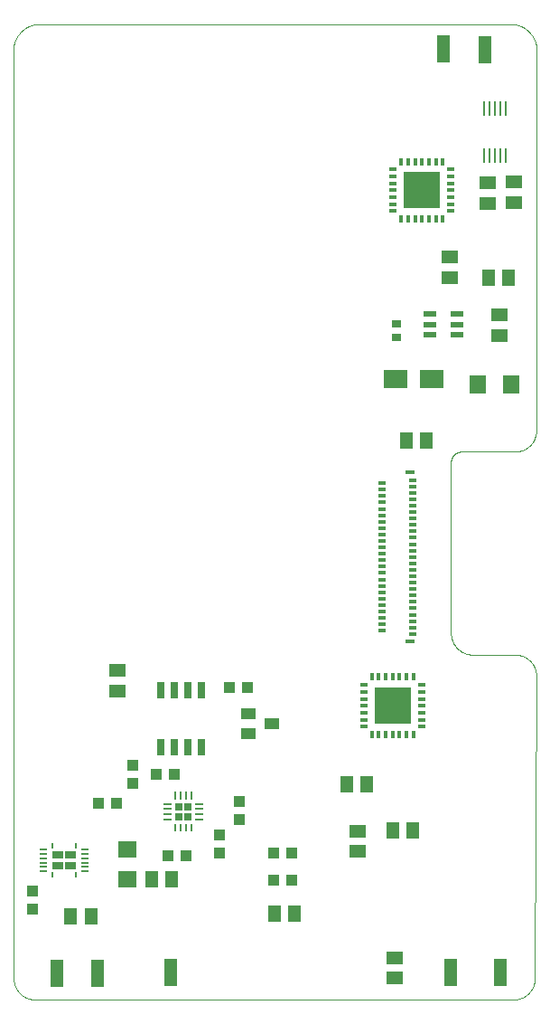
<source format=gtp>
G04 EAGLE Gerber RS-274X export*
G75*
%MOMM*%
%FSLAX34Y34*%
%LPD*%
%INSolder paste top*%
%IPPOS*%
%AMOC8*
5,1,8,0,0,1.08239X$1,22.5*%
G01*
%ADD10C,0.001000*%
%ADD11R,0.900000X0.700000*%
%ADD12R,1.500000X1.300000*%
%ADD13R,0.650000X0.300000*%
%ADD14R,0.800000X0.300000*%
%ADD15R,0.950000X0.400000*%
%ADD16R,1.300000X1.500000*%
%ADD17R,1.170900X0.510000*%
%ADD18R,1.498600X1.803400*%
%ADD19R,2.184400X1.651000*%
%ADD20R,0.682500X0.325000*%
%ADD21R,0.325000X0.682400*%
%ADD22R,0.682400X0.325000*%
%ADD23R,3.471000X3.471000*%
%ADD24R,1.000000X0.800000*%
%ADD25R,0.250000X0.525000*%
%ADD26R,0.800000X0.200000*%
%ADD27R,1.800000X1.600000*%
%ADD28R,1.000000X1.100000*%
%ADD29R,0.280000X1.450000*%
%ADD30R,1.270000X2.540000*%
%ADD31R,1.100000X1.000000*%
%ADD32R,1.400000X1.000000*%
%ADD33R,0.650000X1.500000*%
%ADD34C,0.250000*%
%ADD35R,0.700000X0.700000*%
%ADD36R,0.650000X0.250000*%
%ADD37R,0.250000X0.650000*%


D10*
X490000Y910000D02*
X490000Y1260000D01*
X490113Y1260606D01*
X490212Y1261214D01*
X490296Y1261824D01*
X490366Y1262436D01*
X490420Y1263050D01*
X490460Y1263665D01*
X490485Y1264280D01*
X490495Y1264896D01*
X490490Y1265512D01*
X490470Y1266128D01*
X490435Y1266743D01*
X490386Y1267357D01*
X490321Y1267970D01*
X490242Y1268581D01*
X490148Y1269190D01*
X490040Y1269796D01*
X489917Y1270400D01*
X489779Y1271001D01*
X489627Y1271598D01*
X489460Y1272191D01*
X489279Y1272780D01*
X489084Y1273364D01*
X488875Y1273944D01*
X488652Y1274518D01*
X488415Y1275087D01*
X488164Y1275650D01*
X487900Y1276206D01*
X487623Y1276756D01*
X487332Y1277299D01*
X487028Y1277835D01*
X486712Y1278364D01*
X486382Y1278885D01*
X486041Y1279397D01*
X485687Y1279902D01*
X485321Y1280397D01*
X484943Y1280884D01*
X484553Y1281361D01*
X484152Y1281829D01*
X483740Y1282286D01*
X483316Y1282734D01*
X482883Y1283172D01*
X482438Y1283598D01*
X481984Y1284014D01*
X481519Y1284419D01*
X481045Y1284813D01*
X480562Y1285195D01*
X480069Y1285565D01*
X479568Y1285923D01*
X479058Y1286269D01*
X478540Y1286602D01*
X478014Y1286923D01*
X477481Y1287231D01*
X476940Y1287526D01*
X476392Y1287808D01*
X475838Y1288077D01*
X475277Y1288332D01*
X474710Y1288574D01*
X474138Y1288801D01*
X473560Y1289015D01*
X472977Y1289215D01*
X472389Y1289401D01*
X471798Y1289572D01*
X471202Y1289729D01*
X470603Y1289872D01*
X470000Y1290000D01*
X20000Y1290000D01*
X19397Y1289872D01*
X18798Y1289729D01*
X18202Y1289572D01*
X17611Y1289401D01*
X17023Y1289215D01*
X16440Y1289015D01*
X15862Y1288801D01*
X15290Y1288574D01*
X14723Y1288332D01*
X14162Y1288077D01*
X13608Y1287808D01*
X13060Y1287526D01*
X12519Y1287231D01*
X11986Y1286923D01*
X11460Y1286602D01*
X10942Y1286269D01*
X10432Y1285923D01*
X9931Y1285565D01*
X9438Y1285195D01*
X8955Y1284813D01*
X8481Y1284419D01*
X8016Y1284014D01*
X7562Y1283598D01*
X7117Y1283172D01*
X6684Y1282734D01*
X6260Y1282286D01*
X5848Y1281829D01*
X5447Y1281361D01*
X5057Y1280884D01*
X4679Y1280397D01*
X4313Y1279902D01*
X3959Y1279397D01*
X3618Y1278885D01*
X3288Y1278364D01*
X2972Y1277835D01*
X2668Y1277299D01*
X2377Y1276756D01*
X2100Y1276206D01*
X1836Y1275650D01*
X1585Y1275087D01*
X1348Y1274518D01*
X1125Y1273944D01*
X916Y1273364D01*
X721Y1272780D01*
X540Y1272191D01*
X373Y1271598D01*
X221Y1271001D01*
X83Y1270400D01*
X-40Y1269796D01*
X-148Y1269190D01*
X-242Y1268581D01*
X-321Y1267970D01*
X-386Y1267357D01*
X-435Y1266743D01*
X-470Y1266128D01*
X-490Y1265512D01*
X-495Y1264896D01*
X-485Y1264280D01*
X-460Y1263665D01*
X-420Y1263050D01*
X-366Y1262436D01*
X-296Y1261824D01*
X-212Y1261214D01*
X-113Y1260606D01*
X0Y1260000D01*
X0Y397120D01*
X6Y396637D01*
X23Y396154D01*
X53Y395671D01*
X93Y395190D01*
X146Y394709D01*
X210Y394230D01*
X285Y393753D01*
X373Y393277D01*
X471Y392804D01*
X581Y392334D01*
X702Y391866D01*
X835Y391401D01*
X979Y390940D01*
X1134Y390482D01*
X1300Y390028D01*
X1477Y389578D01*
X1664Y389133D01*
X1863Y388692D01*
X2071Y388256D01*
X2291Y387826D01*
X2521Y387400D01*
X2761Y386981D01*
X3011Y386567D01*
X3271Y386160D01*
X3540Y385759D01*
X3820Y385364D01*
X4108Y384977D01*
X4407Y384596D01*
X4714Y384223D01*
X5030Y383858D01*
X5355Y383500D01*
X5688Y383150D01*
X6030Y382808D01*
X6380Y382475D01*
X6738Y382150D01*
X7103Y381834D01*
X7476Y381527D01*
X7857Y381228D01*
X8244Y380940D01*
X8639Y380660D01*
X9040Y380391D01*
X9447Y380131D01*
X9861Y379881D01*
X10280Y379641D01*
X10706Y379411D01*
X11136Y379191D01*
X11572Y378983D01*
X12013Y378784D01*
X12458Y378597D01*
X12908Y378420D01*
X13362Y378254D01*
X13820Y378099D01*
X14281Y377955D01*
X14746Y377822D01*
X15214Y377701D01*
X15684Y377591D01*
X16157Y377493D01*
X16633Y377405D01*
X17110Y377330D01*
X17589Y377266D01*
X18070Y377213D01*
X18551Y377173D01*
X19034Y377143D01*
X19517Y377126D01*
X20000Y377120D01*
X340000Y377120D01*
X338476Y377140D01*
X468576Y377140D01*
X469065Y377146D01*
X469554Y377164D01*
X470042Y377194D01*
X470530Y377236D01*
X471016Y377289D01*
X471501Y377355D01*
X471984Y377433D01*
X472465Y377522D01*
X472944Y377623D01*
X473420Y377735D01*
X473893Y377860D01*
X474363Y377996D01*
X474830Y378143D01*
X475293Y378302D01*
X475751Y378472D01*
X476206Y378653D01*
X476656Y378845D01*
X477101Y379048D01*
X477541Y379262D01*
X477976Y379486D01*
X478405Y379722D01*
X478828Y379967D01*
X479245Y380223D01*
X479655Y380489D01*
X480059Y380765D01*
X480457Y381051D01*
X480847Y381347D01*
X481229Y381651D01*
X481604Y381966D01*
X481972Y382289D01*
X482331Y382621D01*
X482682Y382962D01*
X483024Y383311D01*
X483358Y383669D01*
X483684Y384034D01*
X484000Y384408D01*
X484306Y384789D01*
X484604Y385177D01*
X484892Y385573D01*
X485170Y385975D01*
X485438Y386385D01*
X485696Y386800D01*
X485944Y387222D01*
X486181Y387650D01*
X486408Y388083D01*
X486624Y388522D01*
X486830Y388966D01*
X487024Y389415D01*
X487207Y389869D01*
X487380Y390327D01*
X487541Y390789D01*
X487690Y391255D01*
X487829Y391724D01*
X487955Y392197D01*
X488071Y392672D01*
X488174Y393150D01*
X488266Y393631D01*
X488346Y394114D01*
X488414Y394598D01*
X488470Y395084D01*
X488514Y395571D01*
X488547Y396060D01*
X488567Y396548D01*
X488576Y397038D01*
X490000Y680000D01*
X489994Y680483D01*
X489977Y680966D01*
X489947Y681449D01*
X489907Y681930D01*
X489854Y682411D01*
X489790Y682890D01*
X489715Y683367D01*
X489627Y683843D01*
X489529Y684316D01*
X489419Y684786D01*
X489298Y685254D01*
X489165Y685719D01*
X489021Y686180D01*
X488866Y686638D01*
X488700Y687092D01*
X488523Y687542D01*
X488336Y687987D01*
X488137Y688428D01*
X487929Y688864D01*
X487709Y689294D01*
X487479Y689720D01*
X487239Y690139D01*
X486989Y690553D01*
X486729Y690960D01*
X486460Y691361D01*
X486180Y691756D01*
X485892Y692143D01*
X485593Y692524D01*
X485286Y692897D01*
X484970Y693262D01*
X484645Y693620D01*
X484312Y693970D01*
X483970Y694312D01*
X483620Y694645D01*
X483262Y694970D01*
X482897Y695286D01*
X482524Y695593D01*
X482143Y695892D01*
X481756Y696180D01*
X481361Y696460D01*
X480960Y696729D01*
X480553Y696989D01*
X480139Y697239D01*
X479720Y697479D01*
X479294Y697709D01*
X478864Y697929D01*
X478428Y698137D01*
X477987Y698336D01*
X477542Y698523D01*
X477092Y698700D01*
X476638Y698866D01*
X476180Y699021D01*
X475719Y699165D01*
X475254Y699298D01*
X474786Y699419D01*
X474316Y699529D01*
X473843Y699627D01*
X473367Y699715D01*
X472890Y699790D01*
X472411Y699854D01*
X471930Y699907D01*
X471449Y699947D01*
X470966Y699977D01*
X470483Y699994D01*
X470000Y700000D01*
X430000Y700000D01*
X429517Y700006D01*
X429034Y700023D01*
X428551Y700053D01*
X428070Y700093D01*
X427589Y700146D01*
X427110Y700210D01*
X426633Y700285D01*
X426157Y700373D01*
X425684Y700471D01*
X425214Y700581D01*
X424746Y700702D01*
X424281Y700835D01*
X423820Y700979D01*
X423362Y701134D01*
X422908Y701300D01*
X422458Y701477D01*
X422013Y701664D01*
X421572Y701863D01*
X421136Y702071D01*
X420706Y702291D01*
X420280Y702521D01*
X419861Y702761D01*
X419447Y703011D01*
X419040Y703271D01*
X418639Y703540D01*
X418244Y703820D01*
X417857Y704108D01*
X417476Y704407D01*
X417103Y704714D01*
X416738Y705030D01*
X416380Y705355D01*
X416030Y705688D01*
X415688Y706030D01*
X415355Y706380D01*
X415030Y706738D01*
X414714Y707103D01*
X414407Y707476D01*
X414108Y707857D01*
X413820Y708244D01*
X413540Y708639D01*
X413271Y709040D01*
X413011Y709447D01*
X412761Y709861D01*
X412521Y710280D01*
X412291Y710706D01*
X412071Y711136D01*
X411863Y711572D01*
X411664Y712013D01*
X411477Y712458D01*
X411300Y712908D01*
X411134Y713362D01*
X410979Y713820D01*
X410835Y714281D01*
X410702Y714746D01*
X410581Y715214D01*
X410471Y715684D01*
X410373Y716157D01*
X410285Y716633D01*
X410210Y717110D01*
X410146Y717589D01*
X410093Y718070D01*
X410053Y718551D01*
X410023Y719034D01*
X410006Y719517D01*
X410000Y720000D01*
X410000Y880000D01*
X410003Y880242D01*
X410012Y880483D01*
X410026Y880724D01*
X410047Y880965D01*
X410073Y881205D01*
X410105Y881445D01*
X410143Y881684D01*
X410186Y881921D01*
X410236Y882158D01*
X410291Y882393D01*
X410351Y882627D01*
X410418Y882859D01*
X410489Y883090D01*
X410567Y883319D01*
X410650Y883546D01*
X410738Y883771D01*
X410832Y883994D01*
X410931Y884214D01*
X411036Y884432D01*
X411145Y884647D01*
X411260Y884860D01*
X411380Y885070D01*
X411505Y885276D01*
X411635Y885480D01*
X411770Y885681D01*
X411910Y885878D01*
X412054Y886072D01*
X412203Y886262D01*
X412357Y886448D01*
X412515Y886631D01*
X412677Y886810D01*
X412844Y886985D01*
X413015Y887156D01*
X413190Y887323D01*
X413369Y887485D01*
X413552Y887643D01*
X413738Y887797D01*
X413928Y887946D01*
X414122Y888090D01*
X414319Y888230D01*
X414520Y888365D01*
X414724Y888495D01*
X414930Y888620D01*
X415140Y888740D01*
X415353Y888855D01*
X415568Y888964D01*
X415786Y889069D01*
X416006Y889168D01*
X416229Y889262D01*
X416454Y889350D01*
X416681Y889433D01*
X416910Y889511D01*
X417141Y889582D01*
X417373Y889649D01*
X417607Y889709D01*
X417842Y889764D01*
X418079Y889814D01*
X418316Y889857D01*
X418555Y889895D01*
X418795Y889927D01*
X419035Y889953D01*
X419276Y889974D01*
X419517Y889988D01*
X419758Y889997D01*
X420000Y890000D01*
X470000Y890000D01*
X470483Y890006D01*
X470966Y890023D01*
X471449Y890053D01*
X471930Y890093D01*
X472411Y890146D01*
X472890Y890210D01*
X473367Y890285D01*
X473843Y890373D01*
X474316Y890471D01*
X474786Y890581D01*
X475254Y890702D01*
X475719Y890835D01*
X476180Y890979D01*
X476638Y891134D01*
X477092Y891300D01*
X477542Y891477D01*
X477987Y891664D01*
X478428Y891863D01*
X478864Y892071D01*
X479294Y892291D01*
X479720Y892521D01*
X480139Y892761D01*
X480553Y893011D01*
X480960Y893271D01*
X481361Y893540D01*
X481756Y893820D01*
X482143Y894108D01*
X482524Y894407D01*
X482897Y894714D01*
X483262Y895030D01*
X483620Y895355D01*
X483970Y895688D01*
X484312Y896030D01*
X484645Y896380D01*
X484970Y896738D01*
X485286Y897103D01*
X485593Y897476D01*
X485892Y897857D01*
X486180Y898244D01*
X486460Y898639D01*
X486729Y899040D01*
X486989Y899447D01*
X487239Y899861D01*
X487479Y900280D01*
X487709Y900706D01*
X487929Y901136D01*
X488137Y901572D01*
X488336Y902013D01*
X488523Y902458D01*
X488700Y902908D01*
X488866Y903362D01*
X489021Y903820D01*
X489165Y904281D01*
X489298Y904746D01*
X489419Y905214D01*
X489529Y905684D01*
X489627Y906157D01*
X489715Y906633D01*
X489790Y907110D01*
X489854Y907589D01*
X489907Y908070D01*
X489947Y908551D01*
X489977Y909034D01*
X489994Y909517D01*
X490000Y910000D01*
D11*
X359300Y1009856D03*
X359300Y996856D03*
D12*
X357414Y416212D03*
X357414Y397212D03*
D13*
X345700Y722400D03*
X345700Y728400D03*
X345700Y734400D03*
X345700Y740400D03*
X345700Y746400D03*
X345700Y752400D03*
X345700Y758400D03*
X345700Y764400D03*
X345700Y770400D03*
X345700Y776400D03*
X345700Y782400D03*
X345700Y788400D03*
X345700Y794400D03*
X345700Y800400D03*
X345700Y806400D03*
X345700Y812400D03*
X345700Y818400D03*
X345700Y824400D03*
X345700Y830400D03*
X345700Y836400D03*
X345700Y842400D03*
X345700Y848400D03*
X345700Y854400D03*
X345700Y860400D03*
D14*
X374450Y719400D03*
X374450Y725400D03*
X374450Y731400D03*
X374450Y737400D03*
X374450Y743400D03*
X374450Y749400D03*
X374450Y755400D03*
X374450Y761400D03*
X374450Y767400D03*
X374450Y773400D03*
X374450Y779400D03*
X374450Y785400D03*
X374450Y791400D03*
X374450Y797400D03*
X374450Y803400D03*
X374450Y809400D03*
X374450Y815400D03*
X374450Y821400D03*
X374450Y827400D03*
X374450Y833400D03*
X374450Y839400D03*
X374450Y845400D03*
X374450Y851400D03*
X374450Y857400D03*
X374450Y863400D03*
D15*
X371700Y712400D03*
X371700Y870400D03*
D12*
X455518Y1017890D03*
X455518Y998890D03*
D16*
X464118Y1052524D03*
X445118Y1052524D03*
D12*
X408902Y1052904D03*
X408902Y1071904D03*
D17*
X415450Y999514D03*
X415450Y1009014D03*
X415450Y1018514D03*
X390458Y1018514D03*
X390458Y1009014D03*
X390458Y999514D03*
D16*
X368096Y900648D03*
X387096Y900648D03*
D18*
X435428Y952822D03*
X466416Y952822D03*
D19*
X357902Y957648D03*
X391938Y957648D03*
D20*
X382200Y632552D03*
X382200Y639052D03*
X382200Y645552D03*
X382200Y652052D03*
X382200Y658552D03*
X382200Y665052D03*
X382200Y671552D03*
D21*
X374692Y679059D03*
X368192Y679059D03*
X361692Y679059D03*
X355192Y679059D03*
X348692Y679059D03*
X342192Y679059D03*
X335692Y679059D03*
D22*
X328185Y671552D03*
X328185Y665052D03*
X328185Y658552D03*
X328185Y652052D03*
X328185Y645552D03*
X328185Y639052D03*
X328185Y632552D03*
D21*
X335692Y625045D03*
X342192Y625045D03*
X348692Y625045D03*
X355192Y625045D03*
X361692Y625045D03*
X368192Y625045D03*
X374692Y625045D03*
D23*
X355192Y652052D03*
D24*
X53434Y512378D03*
X41434Y502378D03*
X53434Y502378D03*
X41434Y512378D03*
D25*
X58434Y521003D03*
X36434Y493753D03*
X58434Y493753D03*
X36434Y521003D03*
D26*
X67184Y505378D03*
X67184Y501378D03*
X67184Y501378D03*
X67184Y497378D03*
X67184Y509378D03*
X67184Y513378D03*
X67184Y517378D03*
X27684Y517378D03*
X27684Y513378D03*
X27684Y509378D03*
X27684Y505378D03*
X27684Y501378D03*
X27684Y497378D03*
D27*
X106680Y489974D03*
X106680Y517974D03*
D28*
X17826Y478704D03*
X17826Y461704D03*
D16*
X72368Y455014D03*
X53368Y455014D03*
D29*
X441414Y1166690D03*
X446414Y1166690D03*
X451414Y1166690D03*
X456414Y1166690D03*
X461414Y1166690D03*
X461414Y1210690D03*
X456414Y1210690D03*
X451414Y1210690D03*
X446414Y1210690D03*
X441414Y1210690D03*
D12*
X444508Y1141490D03*
X444508Y1122490D03*
X468700Y1142280D03*
X468700Y1123280D03*
D30*
X442228Y1266418D03*
X403208Y1266832D03*
D20*
X409798Y1115070D03*
X409798Y1121570D03*
X409798Y1128070D03*
X409798Y1134570D03*
X409798Y1141070D03*
X409798Y1147570D03*
X409798Y1154070D03*
D21*
X402290Y1161577D03*
X395790Y1161577D03*
X389290Y1161577D03*
X382790Y1161577D03*
X376290Y1161577D03*
X369790Y1161577D03*
X363290Y1161577D03*
D22*
X355783Y1154070D03*
X355783Y1147570D03*
X355783Y1141070D03*
X355783Y1134570D03*
X355783Y1128070D03*
X355783Y1121570D03*
X355783Y1115070D03*
D21*
X363290Y1107563D03*
X369790Y1107563D03*
X376290Y1107563D03*
X382790Y1107563D03*
X389290Y1107563D03*
X395790Y1107563D03*
X402290Y1107563D03*
D23*
X382790Y1134570D03*
D30*
X78260Y401910D03*
X40160Y401760D03*
X409420Y402790D03*
X456360Y402840D03*
D12*
X322530Y515700D03*
X322530Y534700D03*
D16*
X263220Y457340D03*
X244220Y457340D03*
D31*
X243665Y514270D03*
X260665Y514270D03*
X243505Y489260D03*
X260505Y489260D03*
D12*
X97170Y685156D03*
X97170Y666156D03*
D31*
X133770Y588146D03*
X150770Y588146D03*
X219492Y669050D03*
X202492Y669050D03*
D32*
X219970Y645020D03*
X219970Y626020D03*
X241970Y635520D03*
D33*
X137930Y613010D03*
X150630Y613010D03*
X163330Y613010D03*
X176030Y613010D03*
X176030Y667010D03*
X163330Y667010D03*
X150630Y667010D03*
X137930Y667010D03*
D16*
X312360Y578790D03*
X331360Y578790D03*
D34*
X147218Y560376D03*
X147218Y555376D03*
X147218Y550376D03*
X147218Y545376D03*
X151718Y540876D03*
X156718Y540876D03*
X161718Y540876D03*
X166718Y540876D03*
X171218Y545376D03*
X171218Y550376D03*
X171218Y555376D03*
X171218Y560376D03*
X166718Y564876D03*
X161718Y564876D03*
X156718Y564876D03*
X151718Y564876D03*
D35*
X154718Y557376D03*
D36*
X143968Y560376D03*
X143968Y555376D03*
X143968Y550376D03*
X143968Y545376D03*
D37*
X151718Y537626D03*
X156718Y537626D03*
X161718Y537626D03*
X166718Y537626D03*
D36*
X174468Y545376D03*
X174468Y550376D03*
X174468Y555376D03*
X174468Y560376D03*
D37*
X166718Y568126D03*
X161718Y568126D03*
X156718Y568126D03*
X151718Y568126D03*
D35*
X154718Y548376D03*
X163718Y548376D03*
X163718Y557376D03*
D16*
X355260Y535252D03*
X374260Y535252D03*
D31*
X79384Y560482D03*
X96384Y560482D03*
D16*
X129460Y490048D03*
X148460Y490048D03*
D30*
X147366Y402314D03*
D31*
X144550Y511854D03*
X161550Y511854D03*
D28*
X192710Y513950D03*
X192710Y530950D03*
X211406Y545898D03*
X211406Y562898D03*
X111414Y579782D03*
X111414Y596782D03*
M02*

</source>
